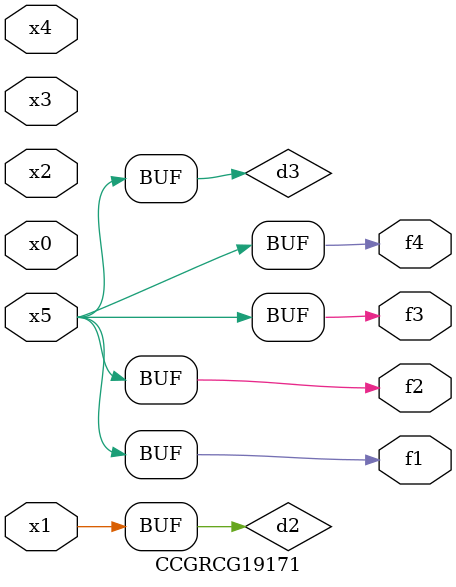
<source format=v>
module CCGRCG19171(
	input x0, x1, x2, x3, x4, x5,
	output f1, f2, f3, f4
);

	wire d1, d2, d3;

	not (d1, x5);
	or (d2, x1);
	xnor (d3, d1);
	assign f1 = d3;
	assign f2 = d3;
	assign f3 = d3;
	assign f4 = d3;
endmodule

</source>
